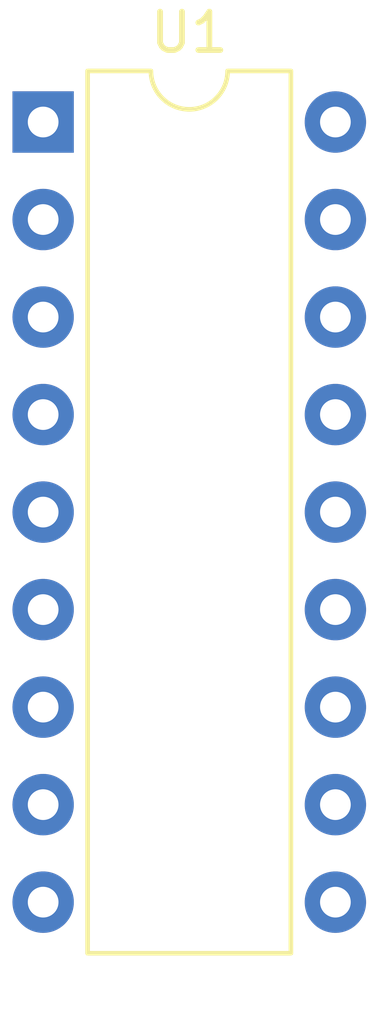
<source format=kicad_pcb>
(kicad_pcb (version 20211014) (generator pcbnew)
  (layers (0 "F.Cu" signal) (31 "B.Cu" signal) (34 "B.Paste" user) (35 "F.Paste" user) (36 "B.SilkS" user "B.Silkscreen") (37 "F.SilkS" user "F.Silkscreen") (38 "B.Mask" user) (39 "F.Mask" user) (44 "Edge.Cuts" user))
  (net 0 "")
  (net 1 "Net-(D1-Pad1)")
  (net 2 "GND")
  (net 3 "+5V")
  (net 4 "Net-(C1-Pad1)")
  (net 5 "Net-(R2-Pad1)")
  (net 6 "Net-(D10-Pad1)")
  (net 7 "Net-(D9-Pad1)")
  (net 8 "Net-(D8-Pad1)")
  (net 9 "Net-(D7-Pad1)")
  (net 10 "Net-(D6-Pad1)")
  (net 11 "Net-(D5-Pad1)")
  (net 12 "Net-(D4-Pad1)")
  (net 13 "Net-(D3-Pad1)")
  (net 14 "Net-(D2-Pad1)")
  (footprint "Package_DIP:DIP-18_W7.62mm" (layer "F.Cu") (at 137.16 68.58)
    (fp_text reference "U1" (at 3.81 -2.33) (layer "F.SilkS"))
    (fp_text value "LM3914N")
    (fp_line (start 6.46 -1.33) (end 4.81 -1.33) (layer "F.SilkS") (width 0.12))
    (fp_line (start 6.46 21.65) (end 6.46 -1.33) (layer "F.SilkS") (width 0.12))
    (fp_line (start 2.81 -1.33) (end 1.16 -1.33) (layer "F.SilkS") (width 0.12))
    (fp_line (start 1.16 -1.33) (end 1.16 21.65) (layer "F.SilkS") (width 0.12))
    (fp_line (start 1.16 21.65) (end 6.46 21.65) (layer "F.SilkS") (width 0.12))
    (fp_arc (start 4.81 -1.33) (mid 3.81 -0.33) (end 2.81 -1.33) (layer "F.SilkS") (width 0.12))
    (pad "1" thru_hole rect (at 0 0) (size 1.6 1.6) (drill 0.8) (layers *.Cu *.Mask) (net 1 "Net-(D1-Pad1)"))
    (pad "2" thru_hole oval (at 0 2.54) (size 1.6 1.6) (drill 0.8) (layers *.Cu *.Mask) (net 2 "GND"))
    (pad "3" thru_hole oval (at 0 5.08) (size 1.6 1.6) (drill 0.8) (layers *.Cu *.Mask) (net 3 "+5V"))
    (pad "4" thru_hole oval (at 0 7.62) (size 1.6 1.6) (drill 0.8) (layers *.Cu *.Mask) (net 2 "GND"))
    (pad "5" thru_hole oval (at 0 10.16) (size 1.6 1.6) (drill 0.8) (layers *.Cu *.Mask) (net 4 "Net-(C1-Pad1)"))
    (pad "6" thru_hole oval (at 0 12.7) (size 1.6 1.6) (drill 0.8) (layers *.Cu *.Mask) (net 2 "GND"))
    (pad "7" thru_hole oval (at 0 15.24) (size 1.6 1.6) (drill 0.8) (layers *.Cu *.Mask) (net 2 "GND"))
    (pad "8" thru_hole oval (at 0 17.78) (size 1.6 1.6) (drill 0.8) (layers *.Cu *.Mask) (net 5 "Net-(R2-Pad1)"))
    (pad "9" thru_hole oval (at 0 20.32) (size 1.6 1.6) (drill 0.8) (layers *.Cu *.Mask) (net 3 "+5V"))
    (pad "10" thru_hole oval (at 7.62 20.32) (size 1.6 1.6) (drill 0.8) (layers *.Cu *.Mask) (net 6 "Net-(D10-Pad1)"))
    (pad "11" thru_hole oval (at 7.62 17.78) (size 1.6 1.6) (drill 0.8) (layers *.Cu *.Mask) (net 7 "Net-(D9-Pad1)"))
    (pad "12" thru_hole oval (at 7.62 15.24) (size 1.6 1.6) (drill 0.8) (layers *.Cu *.Mask) (net 8 "Net-(D8-Pad1)"))
    (pad "13" thru_hole oval (at 7.62 12.7) (size 1.6 1.6) (drill 0.8) (layers *.Cu *.Mask) (net 9 "Net-(D7-Pad1)"))
    (pad "14" thru_hole oval (at 7.62 10.16) (size 1.6 1.6) (drill 0.8) (layers *.Cu *.Mask) (net 10 "Net-(D6-Pad1)"))
    (pad "15" thru_hole oval (at 7.62 7.62) (size 1.6 1.6) (drill 0.8) (layers *.Cu *.Mask) (net 11 "Net-(D5-Pad1)"))
    (pad "16" thru_hole oval (at 7.62 5.08) (size 1.6 1.6) (drill 0.8) (layers *.Cu *.Mask) (net 12 "Net-(D4-Pad1)"))
    (pad "17" thru_hole oval (at 7.62 2.54) (size 1.6 1.6) (drill 0.8) (layers *.Cu *.Mask) (net 13 "Net-(D3-Pad1)"))
    (pad "18" thru_hole oval (at 7.62 0) (size 1.6 1.6) (drill 0.8) (layers *.Cu *.Mask) (net 14 "Net-(D2-Pad1)"))
  )
)
</source>
